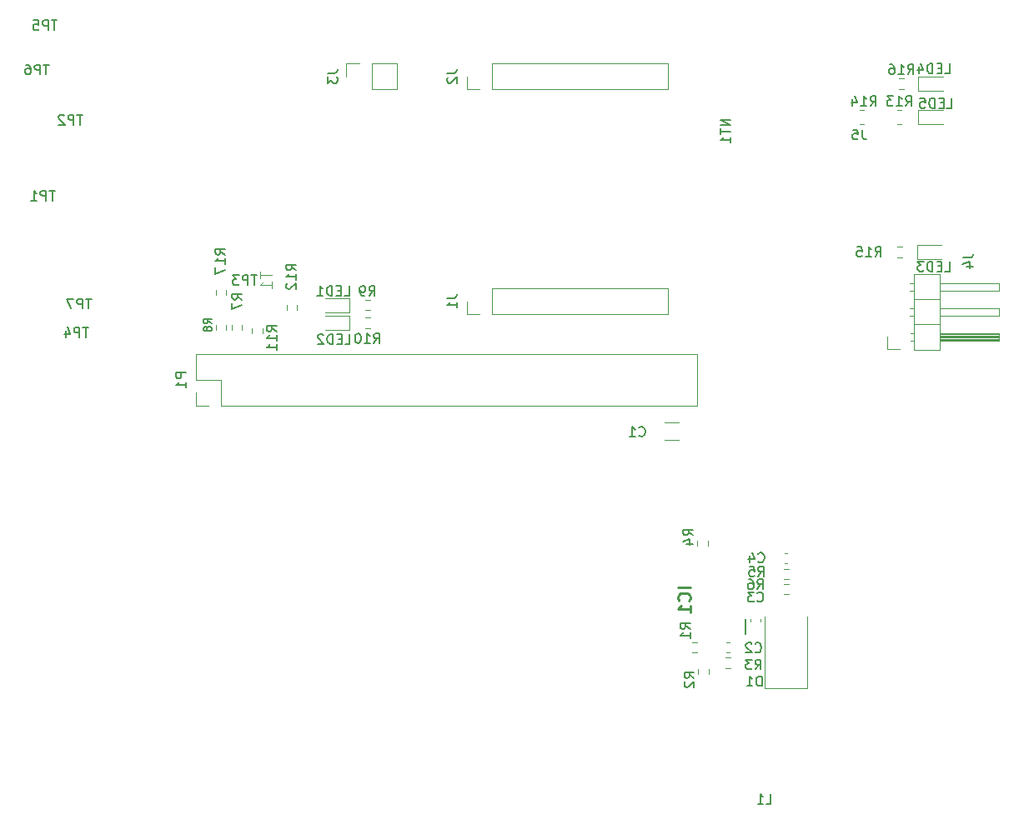
<source format=gbo>
G04 #@! TF.GenerationSoftware,KiCad,Pcbnew,(5.99.0-12980-gcf6acae791)*
G04 #@! TF.CreationDate,2022-01-10T16:17:47+01:00*
G04 #@! TF.ProjectId,ARM_RPI4_HAT,41524d5f-5250-4493-945f-4841542e6b69,rev?*
G04 #@! TF.SameCoordinates,Original*
G04 #@! TF.FileFunction,Legend,Bot*
G04 #@! TF.FilePolarity,Positive*
%FSLAX46Y46*%
G04 Gerber Fmt 4.6, Leading zero omitted, Abs format (unit mm)*
G04 Created by KiCad (PCBNEW (5.99.0-12980-gcf6acae791)) date 2022-01-10 16:17:47*
%MOMM*%
%LPD*%
G01*
G04 APERTURE LIST*
%ADD10C,0.150000*%
%ADD11C,0.254000*%
%ADD12C,0.101600*%
%ADD13C,0.120000*%
%ADD14C,0.200000*%
G04 APERTURE END LIST*
D10*
X274733333Y-72052380D02*
X274733333Y-72766666D01*
X274780952Y-72909523D01*
X274876190Y-73004761D01*
X275019047Y-73052380D01*
X275114285Y-73052380D01*
X273780952Y-72052380D02*
X274257142Y-72052380D01*
X274304761Y-72528571D01*
X274257142Y-72480952D01*
X274161904Y-72433333D01*
X273923809Y-72433333D01*
X273828571Y-72480952D01*
X273780952Y-72528571D01*
X273733333Y-72623809D01*
X273733333Y-72861904D01*
X273780952Y-72957142D01*
X273828571Y-73004761D01*
X273923809Y-73052380D01*
X274161904Y-73052380D01*
X274257142Y-73004761D01*
X274304761Y-72957142D01*
X196461904Y-89252380D02*
X195890476Y-89252380D01*
X196176190Y-90252380D02*
X196176190Y-89252380D01*
X195557142Y-90252380D02*
X195557142Y-89252380D01*
X195176190Y-89252380D01*
X195080952Y-89300000D01*
X195033333Y-89347619D01*
X194985714Y-89442857D01*
X194985714Y-89585714D01*
X195033333Y-89680952D01*
X195080952Y-89728571D01*
X195176190Y-89776190D01*
X195557142Y-89776190D01*
X194652380Y-89252380D02*
X193985714Y-89252380D01*
X194414285Y-90252380D01*
X192161904Y-65452380D02*
X191590476Y-65452380D01*
X191876190Y-66452380D02*
X191876190Y-65452380D01*
X191257142Y-66452380D02*
X191257142Y-65452380D01*
X190876190Y-65452380D01*
X190780952Y-65500000D01*
X190733333Y-65547619D01*
X190685714Y-65642857D01*
X190685714Y-65785714D01*
X190733333Y-65880952D01*
X190780952Y-65928571D01*
X190876190Y-65976190D01*
X191257142Y-65976190D01*
X189828571Y-65452380D02*
X190019047Y-65452380D01*
X190114285Y-65500000D01*
X190161904Y-65547619D01*
X190257142Y-65690476D01*
X190304761Y-65880952D01*
X190304761Y-66261904D01*
X190257142Y-66357142D01*
X190209523Y-66404761D01*
X190114285Y-66452380D01*
X189923809Y-66452380D01*
X189828571Y-66404761D01*
X189780952Y-66357142D01*
X189733333Y-66261904D01*
X189733333Y-66023809D01*
X189780952Y-65928571D01*
X189828571Y-65880952D01*
X189923809Y-65833333D01*
X190114285Y-65833333D01*
X190209523Y-65880952D01*
X190257142Y-65928571D01*
X190304761Y-66023809D01*
X213261904Y-86852380D02*
X212690476Y-86852380D01*
X212976190Y-87852380D02*
X212976190Y-86852380D01*
X212357142Y-87852380D02*
X212357142Y-86852380D01*
X211976190Y-86852380D01*
X211880952Y-86900000D01*
X211833333Y-86947619D01*
X211785714Y-87042857D01*
X211785714Y-87185714D01*
X211833333Y-87280952D01*
X211880952Y-87328571D01*
X211976190Y-87376190D01*
X212357142Y-87376190D01*
X211452380Y-86852380D02*
X210833333Y-86852380D01*
X211166666Y-87233333D01*
X211023809Y-87233333D01*
X210928571Y-87280952D01*
X210880952Y-87328571D01*
X210833333Y-87423809D01*
X210833333Y-87661904D01*
X210880952Y-87757142D01*
X210928571Y-87804761D01*
X211023809Y-87852380D01*
X211309523Y-87852380D01*
X211404761Y-87804761D01*
X211452380Y-87757142D01*
X196161904Y-92152380D02*
X195590476Y-92152380D01*
X195876190Y-93152380D02*
X195876190Y-92152380D01*
X195257142Y-93152380D02*
X195257142Y-92152380D01*
X194876190Y-92152380D01*
X194780952Y-92200000D01*
X194733333Y-92247619D01*
X194685714Y-92342857D01*
X194685714Y-92485714D01*
X194733333Y-92580952D01*
X194780952Y-92628571D01*
X194876190Y-92676190D01*
X195257142Y-92676190D01*
X193828571Y-92485714D02*
X193828571Y-93152380D01*
X194066666Y-92104761D02*
X194304761Y-92819047D01*
X193685714Y-92819047D01*
X192961904Y-60952380D02*
X192390476Y-60952380D01*
X192676190Y-61952380D02*
X192676190Y-60952380D01*
X192057142Y-61952380D02*
X192057142Y-60952380D01*
X191676190Y-60952380D01*
X191580952Y-61000000D01*
X191533333Y-61047619D01*
X191485714Y-61142857D01*
X191485714Y-61285714D01*
X191533333Y-61380952D01*
X191580952Y-61428571D01*
X191676190Y-61476190D01*
X192057142Y-61476190D01*
X190580952Y-60952380D02*
X191057142Y-60952380D01*
X191104761Y-61428571D01*
X191057142Y-61380952D01*
X190961904Y-61333333D01*
X190723809Y-61333333D01*
X190628571Y-61380952D01*
X190580952Y-61428571D01*
X190533333Y-61523809D01*
X190533333Y-61761904D01*
X190580952Y-61857142D01*
X190628571Y-61904761D01*
X190723809Y-61952380D01*
X190961904Y-61952380D01*
X191057142Y-61904761D01*
X191104761Y-61857142D01*
X192761904Y-78252380D02*
X192190476Y-78252380D01*
X192476190Y-79252380D02*
X192476190Y-78252380D01*
X191857142Y-79252380D02*
X191857142Y-78252380D01*
X191476190Y-78252380D01*
X191380952Y-78300000D01*
X191333333Y-78347619D01*
X191285714Y-78442857D01*
X191285714Y-78585714D01*
X191333333Y-78680952D01*
X191380952Y-78728571D01*
X191476190Y-78776190D01*
X191857142Y-78776190D01*
X190333333Y-79252380D02*
X190904761Y-79252380D01*
X190619047Y-79252380D02*
X190619047Y-78252380D01*
X190714285Y-78395238D01*
X190809523Y-78490476D01*
X190904761Y-78538095D01*
X195561904Y-70552380D02*
X194990476Y-70552380D01*
X195276190Y-71552380D02*
X195276190Y-70552380D01*
X194657142Y-71552380D02*
X194657142Y-70552380D01*
X194276190Y-70552380D01*
X194180952Y-70600000D01*
X194133333Y-70647619D01*
X194085714Y-70742857D01*
X194085714Y-70885714D01*
X194133333Y-70980952D01*
X194180952Y-71028571D01*
X194276190Y-71076190D01*
X194657142Y-71076190D01*
X193704761Y-70647619D02*
X193657142Y-70600000D01*
X193561904Y-70552380D01*
X193323809Y-70552380D01*
X193228571Y-70600000D01*
X193180952Y-70647619D01*
X193133333Y-70742857D01*
X193133333Y-70838095D01*
X193180952Y-70980952D01*
X193752380Y-71552380D01*
X193133333Y-71552380D01*
X206052380Y-96761904D02*
X205052380Y-96761904D01*
X205052380Y-97142857D01*
X205100000Y-97238095D01*
X205147619Y-97285714D01*
X205242857Y-97333333D01*
X205385714Y-97333333D01*
X205480952Y-97285714D01*
X205528571Y-97238095D01*
X205576190Y-97142857D01*
X205576190Y-96761904D01*
X206052380Y-98285714D02*
X206052380Y-97714285D01*
X206052380Y-98000000D02*
X205052380Y-98000000D01*
X205195238Y-97904761D01*
X205290476Y-97809523D01*
X205338095Y-97714285D01*
X283319047Y-69852380D02*
X283795238Y-69852380D01*
X283795238Y-68852380D01*
X282985714Y-69328571D02*
X282652380Y-69328571D01*
X282509523Y-69852380D02*
X282985714Y-69852380D01*
X282985714Y-68852380D01*
X282509523Y-68852380D01*
X282080952Y-69852380D02*
X282080952Y-68852380D01*
X281842857Y-68852380D01*
X281700000Y-68900000D01*
X281604761Y-68995238D01*
X281557142Y-69090476D01*
X281509523Y-69280952D01*
X281509523Y-69423809D01*
X281557142Y-69614285D01*
X281604761Y-69709523D01*
X281700000Y-69804761D01*
X281842857Y-69852380D01*
X282080952Y-69852380D01*
X280604761Y-68852380D02*
X281080952Y-68852380D01*
X281128571Y-69328571D01*
X281080952Y-69280952D01*
X280985714Y-69233333D01*
X280747619Y-69233333D01*
X280652380Y-69280952D01*
X280604761Y-69328571D01*
X280557142Y-69423809D01*
X280557142Y-69661904D01*
X280604761Y-69757142D01*
X280652380Y-69804761D01*
X280747619Y-69852380D01*
X280985714Y-69852380D01*
X281080952Y-69804761D01*
X281128571Y-69757142D01*
X264166666Y-117452380D02*
X264500000Y-116976190D01*
X264738095Y-117452380D02*
X264738095Y-116452380D01*
X264357142Y-116452380D01*
X264261904Y-116500000D01*
X264214285Y-116547619D01*
X264166666Y-116642857D01*
X264166666Y-116785714D01*
X264214285Y-116880952D01*
X264261904Y-116928571D01*
X264357142Y-116976190D01*
X264738095Y-116976190D01*
X263261904Y-116452380D02*
X263738095Y-116452380D01*
X263785714Y-116928571D01*
X263738095Y-116880952D01*
X263642857Y-116833333D01*
X263404761Y-116833333D01*
X263309523Y-116880952D01*
X263261904Y-116928571D01*
X263214285Y-117023809D01*
X263214285Y-117261904D01*
X263261904Y-117357142D01*
X263309523Y-117404761D01*
X263404761Y-117452380D01*
X263642857Y-117452380D01*
X263738095Y-117404761D01*
X263785714Y-117357142D01*
X261352380Y-71057142D02*
X260352380Y-71057142D01*
X261352380Y-71628571D01*
X260352380Y-71628571D01*
X260352380Y-71961904D02*
X260352380Y-72533333D01*
X261352380Y-72247619D02*
X260352380Y-72247619D01*
X261352380Y-73390476D02*
X261352380Y-72819047D01*
X261352380Y-73104761D02*
X260352380Y-73104761D01*
X260495238Y-73009523D01*
X260590476Y-72914285D01*
X260638095Y-72819047D01*
X279342857Y-66422380D02*
X279676190Y-65946190D01*
X279914285Y-66422380D02*
X279914285Y-65422380D01*
X279533333Y-65422380D01*
X279438095Y-65470000D01*
X279390476Y-65517619D01*
X279342857Y-65612857D01*
X279342857Y-65755714D01*
X279390476Y-65850952D01*
X279438095Y-65898571D01*
X279533333Y-65946190D01*
X279914285Y-65946190D01*
X278390476Y-66422380D02*
X278961904Y-66422380D01*
X278676190Y-66422380D02*
X278676190Y-65422380D01*
X278771428Y-65565238D01*
X278866666Y-65660476D01*
X278961904Y-65708095D01*
X277533333Y-65422380D02*
X277723809Y-65422380D01*
X277819047Y-65470000D01*
X277866666Y-65517619D01*
X277961904Y-65660476D01*
X278009523Y-65850952D01*
X278009523Y-66231904D01*
X277961904Y-66327142D01*
X277914285Y-66374761D01*
X277819047Y-66422380D01*
X277628571Y-66422380D01*
X277533333Y-66374761D01*
X277485714Y-66327142D01*
X277438095Y-66231904D01*
X277438095Y-65993809D01*
X277485714Y-65898571D01*
X277533333Y-65850952D01*
X277628571Y-65803333D01*
X277819047Y-65803333D01*
X277914285Y-65850952D01*
X277961904Y-65898571D01*
X278009523Y-65993809D01*
X211752380Y-89333333D02*
X211276190Y-89000000D01*
X211752380Y-88761904D02*
X210752380Y-88761904D01*
X210752380Y-89142857D01*
X210800000Y-89238095D01*
X210847619Y-89285714D01*
X210942857Y-89333333D01*
X211085714Y-89333333D01*
X211180952Y-89285714D01*
X211228571Y-89238095D01*
X211276190Y-89142857D01*
X211276190Y-88761904D01*
X210752380Y-89666666D02*
X210752380Y-90333333D01*
X211752380Y-89904761D01*
D11*
X257274523Y-118591488D02*
X256004523Y-118591488D01*
X257153571Y-119921964D02*
X257214047Y-119861488D01*
X257274523Y-119680059D01*
X257274523Y-119559107D01*
X257214047Y-119377678D01*
X257093095Y-119256726D01*
X256972142Y-119196250D01*
X256730238Y-119135773D01*
X256548809Y-119135773D01*
X256306904Y-119196250D01*
X256185952Y-119256726D01*
X256065000Y-119377678D01*
X256004523Y-119559107D01*
X256004523Y-119680059D01*
X256065000Y-119861488D01*
X256125476Y-119921964D01*
X257274523Y-121131488D02*
X257274523Y-120405773D01*
X257274523Y-120768630D02*
X256004523Y-120768630D01*
X256185952Y-120647678D01*
X256306904Y-120526726D01*
X256367380Y-120405773D01*
D10*
X257552380Y-113283333D02*
X257076190Y-112950000D01*
X257552380Y-112711904D02*
X256552380Y-112711904D01*
X256552380Y-113092857D01*
X256600000Y-113188095D01*
X256647619Y-113235714D01*
X256742857Y-113283333D01*
X256885714Y-113283333D01*
X256980952Y-113235714D01*
X257028571Y-113188095D01*
X257076190Y-113092857D01*
X257076190Y-112711904D01*
X256885714Y-114140476D02*
X257552380Y-114140476D01*
X256504761Y-113902380D02*
X257219047Y-113664285D01*
X257219047Y-114283333D01*
X264966666Y-140552380D02*
X265442857Y-140552380D01*
X265442857Y-139552380D01*
X264109523Y-140552380D02*
X264680952Y-140552380D01*
X264395238Y-140552380D02*
X264395238Y-139552380D01*
X264490476Y-139695238D01*
X264585714Y-139790476D01*
X264680952Y-139838095D01*
X264166666Y-115957142D02*
X264214285Y-116004761D01*
X264357142Y-116052380D01*
X264452380Y-116052380D01*
X264595238Y-116004761D01*
X264690476Y-115909523D01*
X264738095Y-115814285D01*
X264785714Y-115623809D01*
X264785714Y-115480952D01*
X264738095Y-115290476D01*
X264690476Y-115195238D01*
X264595238Y-115100000D01*
X264452380Y-115052380D01*
X264357142Y-115052380D01*
X264214285Y-115100000D01*
X264166666Y-115147619D01*
X263309523Y-115385714D02*
X263309523Y-116052380D01*
X263547619Y-115004761D02*
X263785714Y-115719047D01*
X263166666Y-115719047D01*
X252066666Y-103157142D02*
X252114285Y-103204761D01*
X252257142Y-103252380D01*
X252352380Y-103252380D01*
X252495238Y-103204761D01*
X252590476Y-103109523D01*
X252638095Y-103014285D01*
X252685714Y-102823809D01*
X252685714Y-102680952D01*
X252638095Y-102490476D01*
X252590476Y-102395238D01*
X252495238Y-102300000D01*
X252352380Y-102252380D01*
X252257142Y-102252380D01*
X252114285Y-102300000D01*
X252066666Y-102347619D01*
X251114285Y-103252380D02*
X251685714Y-103252380D01*
X251400000Y-103252380D02*
X251400000Y-102252380D01*
X251495238Y-102395238D01*
X251590476Y-102490476D01*
X251685714Y-102538095D01*
X284952380Y-85066666D02*
X285666666Y-85066666D01*
X285809523Y-85019047D01*
X285904761Y-84923809D01*
X285952380Y-84780952D01*
X285952380Y-84685714D01*
X285285714Y-85971428D02*
X285952380Y-85971428D01*
X284904761Y-85733333D02*
X285619047Y-85495238D01*
X285619047Y-86114285D01*
X208661904Y-91766666D02*
X208280952Y-91500000D01*
X208661904Y-91309523D02*
X207861904Y-91309523D01*
X207861904Y-91614285D01*
X207900000Y-91690476D01*
X207938095Y-91728571D01*
X208014285Y-91766666D01*
X208128571Y-91766666D01*
X208204761Y-91728571D01*
X208242857Y-91690476D01*
X208280952Y-91614285D01*
X208280952Y-91309523D01*
X208204761Y-92223809D02*
X208166666Y-92147619D01*
X208128571Y-92109523D01*
X208052380Y-92071428D01*
X208014285Y-92071428D01*
X207938095Y-92109523D01*
X207900000Y-92147619D01*
X207861904Y-92223809D01*
X207861904Y-92376190D01*
X207900000Y-92452380D01*
X207938095Y-92490476D01*
X208014285Y-92528571D01*
X208052380Y-92528571D01*
X208128571Y-92490476D01*
X208166666Y-92452380D01*
X208204761Y-92376190D01*
X208204761Y-92223809D01*
X208242857Y-92147619D01*
X208280952Y-92109523D01*
X208357142Y-92071428D01*
X208509523Y-92071428D01*
X208585714Y-92109523D01*
X208623809Y-92147619D01*
X208661904Y-92223809D01*
X208661904Y-92376190D01*
X208623809Y-92452380D01*
X208585714Y-92490476D01*
X208509523Y-92528571D01*
X208357142Y-92528571D01*
X208280952Y-92490476D01*
X208242857Y-92452380D01*
X208204761Y-92376190D01*
X232582380Y-66316666D02*
X233296666Y-66316666D01*
X233439523Y-66269047D01*
X233534761Y-66173809D01*
X233582380Y-66030952D01*
X233582380Y-65935714D01*
X232677619Y-66745238D02*
X232630000Y-66792857D01*
X232582380Y-66888095D01*
X232582380Y-67126190D01*
X232630000Y-67221428D01*
X232677619Y-67269047D01*
X232772857Y-67316666D01*
X232868095Y-67316666D01*
X233010952Y-67269047D01*
X233582380Y-66697619D01*
X233582380Y-67316666D01*
X210052380Y-84757142D02*
X209576190Y-84423809D01*
X210052380Y-84185714D02*
X209052380Y-84185714D01*
X209052380Y-84566666D01*
X209100000Y-84661904D01*
X209147619Y-84709523D01*
X209242857Y-84757142D01*
X209385714Y-84757142D01*
X209480952Y-84709523D01*
X209528571Y-84661904D01*
X209576190Y-84566666D01*
X209576190Y-84185714D01*
X210052380Y-85709523D02*
X210052380Y-85138095D01*
X210052380Y-85423809D02*
X209052380Y-85423809D01*
X209195238Y-85328571D01*
X209290476Y-85233333D01*
X209338095Y-85138095D01*
X209052380Y-86042857D02*
X209052380Y-86709523D01*
X210052380Y-86280952D01*
X215252380Y-92557142D02*
X214776190Y-92223809D01*
X215252380Y-91985714D02*
X214252380Y-91985714D01*
X214252380Y-92366666D01*
X214300000Y-92461904D01*
X214347619Y-92509523D01*
X214442857Y-92557142D01*
X214585714Y-92557142D01*
X214680952Y-92509523D01*
X214728571Y-92461904D01*
X214776190Y-92366666D01*
X214776190Y-91985714D01*
X215252380Y-93509523D02*
X215252380Y-92938095D01*
X215252380Y-93223809D02*
X214252380Y-93223809D01*
X214395238Y-93128571D01*
X214490476Y-93033333D01*
X214538095Y-92938095D01*
X215252380Y-94461904D02*
X215252380Y-93890476D01*
X215252380Y-94176190D02*
X214252380Y-94176190D01*
X214395238Y-94080952D01*
X214490476Y-93985714D01*
X214538095Y-93890476D01*
X283119047Y-66352380D02*
X283595238Y-66352380D01*
X283595238Y-65352380D01*
X282785714Y-65828571D02*
X282452380Y-65828571D01*
X282309523Y-66352380D02*
X282785714Y-66352380D01*
X282785714Y-65352380D01*
X282309523Y-65352380D01*
X281880952Y-66352380D02*
X281880952Y-65352380D01*
X281642857Y-65352380D01*
X281500000Y-65400000D01*
X281404761Y-65495238D01*
X281357142Y-65590476D01*
X281309523Y-65780952D01*
X281309523Y-65923809D01*
X281357142Y-66114285D01*
X281404761Y-66209523D01*
X281500000Y-66304761D01*
X281642857Y-66352380D01*
X281880952Y-66352380D01*
X280452380Y-65685714D02*
X280452380Y-66352380D01*
X280690476Y-65304761D02*
X280928571Y-66019047D01*
X280309523Y-66019047D01*
X225142857Y-93752380D02*
X225476190Y-93276190D01*
X225714285Y-93752380D02*
X225714285Y-92752380D01*
X225333333Y-92752380D01*
X225238095Y-92800000D01*
X225190476Y-92847619D01*
X225142857Y-92942857D01*
X225142857Y-93085714D01*
X225190476Y-93180952D01*
X225238095Y-93228571D01*
X225333333Y-93276190D01*
X225714285Y-93276190D01*
X224190476Y-93752380D02*
X224761904Y-93752380D01*
X224476190Y-93752380D02*
X224476190Y-92752380D01*
X224571428Y-92895238D01*
X224666666Y-92990476D01*
X224761904Y-93038095D01*
X223571428Y-92752380D02*
X223476190Y-92752380D01*
X223380952Y-92800000D01*
X223333333Y-92847619D01*
X223285714Y-92942857D01*
X223238095Y-93133333D01*
X223238095Y-93371428D01*
X223285714Y-93561904D01*
X223333333Y-93657142D01*
X223380952Y-93704761D01*
X223476190Y-93752380D01*
X223571428Y-93752380D01*
X223666666Y-93704761D01*
X223714285Y-93657142D01*
X223761904Y-93561904D01*
X223809523Y-93371428D01*
X223809523Y-93133333D01*
X223761904Y-92942857D01*
X223714285Y-92847619D01*
X223666666Y-92800000D01*
X223571428Y-92752380D01*
X275542857Y-69652380D02*
X275876190Y-69176190D01*
X276114285Y-69652380D02*
X276114285Y-68652380D01*
X275733333Y-68652380D01*
X275638095Y-68700000D01*
X275590476Y-68747619D01*
X275542857Y-68842857D01*
X275542857Y-68985714D01*
X275590476Y-69080952D01*
X275638095Y-69128571D01*
X275733333Y-69176190D01*
X276114285Y-69176190D01*
X274590476Y-69652380D02*
X275161904Y-69652380D01*
X274876190Y-69652380D02*
X274876190Y-68652380D01*
X274971428Y-68795238D01*
X275066666Y-68890476D01*
X275161904Y-68938095D01*
X273733333Y-68985714D02*
X273733333Y-69652380D01*
X273971428Y-68604761D02*
X274209523Y-69319047D01*
X273590476Y-69319047D01*
X264066666Y-119957142D02*
X264114285Y-120004761D01*
X264257142Y-120052380D01*
X264352380Y-120052380D01*
X264495238Y-120004761D01*
X264590476Y-119909523D01*
X264638095Y-119814285D01*
X264685714Y-119623809D01*
X264685714Y-119480952D01*
X264638095Y-119290476D01*
X264590476Y-119195238D01*
X264495238Y-119100000D01*
X264352380Y-119052380D01*
X264257142Y-119052380D01*
X264114285Y-119100000D01*
X264066666Y-119147619D01*
X263733333Y-119052380D02*
X263114285Y-119052380D01*
X263447619Y-119433333D01*
X263304761Y-119433333D01*
X263209523Y-119480952D01*
X263161904Y-119528571D01*
X263114285Y-119623809D01*
X263114285Y-119861904D01*
X263161904Y-119957142D01*
X263209523Y-120004761D01*
X263304761Y-120052380D01*
X263590476Y-120052380D01*
X263685714Y-120004761D01*
X263733333Y-119957142D01*
X263866666Y-125107142D02*
X263914285Y-125154761D01*
X264057142Y-125202380D01*
X264152380Y-125202380D01*
X264295238Y-125154761D01*
X264390476Y-125059523D01*
X264438095Y-124964285D01*
X264485714Y-124773809D01*
X264485714Y-124630952D01*
X264438095Y-124440476D01*
X264390476Y-124345238D01*
X264295238Y-124250000D01*
X264152380Y-124202380D01*
X264057142Y-124202380D01*
X263914285Y-124250000D01*
X263866666Y-124297619D01*
X263485714Y-124297619D02*
X263438095Y-124250000D01*
X263342857Y-124202380D01*
X263104761Y-124202380D01*
X263009523Y-124250000D01*
X262961904Y-124297619D01*
X262914285Y-124392857D01*
X262914285Y-124488095D01*
X262961904Y-124630952D01*
X263533333Y-125202380D01*
X262914285Y-125202380D01*
X224666666Y-88952380D02*
X225000000Y-88476190D01*
X225238095Y-88952380D02*
X225238095Y-87952380D01*
X224857142Y-87952380D01*
X224761904Y-88000000D01*
X224714285Y-88047619D01*
X224666666Y-88142857D01*
X224666666Y-88285714D01*
X224714285Y-88380952D01*
X224761904Y-88428571D01*
X224857142Y-88476190D01*
X225238095Y-88476190D01*
X224190476Y-88952380D02*
X224000000Y-88952380D01*
X223904761Y-88904761D01*
X223857142Y-88857142D01*
X223761904Y-88714285D01*
X223714285Y-88523809D01*
X223714285Y-88142857D01*
X223761904Y-88047619D01*
X223809523Y-88000000D01*
X223904761Y-87952380D01*
X224095238Y-87952380D01*
X224190476Y-88000000D01*
X224238095Y-88047619D01*
X224285714Y-88142857D01*
X224285714Y-88380952D01*
X224238095Y-88476190D01*
X224190476Y-88523809D01*
X224095238Y-88571428D01*
X223904761Y-88571428D01*
X223809523Y-88523809D01*
X223761904Y-88476190D01*
X223714285Y-88380952D01*
X220452380Y-66316666D02*
X221166666Y-66316666D01*
X221309523Y-66269047D01*
X221404761Y-66173809D01*
X221452380Y-66030952D01*
X221452380Y-65935714D01*
X220452380Y-66697619D02*
X220452380Y-67316666D01*
X220833333Y-66983333D01*
X220833333Y-67126190D01*
X220880952Y-67221428D01*
X220928571Y-67269047D01*
X221023809Y-67316666D01*
X221261904Y-67316666D01*
X221357142Y-67269047D01*
X221404761Y-67221428D01*
X221452380Y-67126190D01*
X221452380Y-66840476D01*
X221404761Y-66745238D01*
X221357142Y-66697619D01*
X232582380Y-89166666D02*
X233296666Y-89166666D01*
X233439523Y-89119047D01*
X233534761Y-89023809D01*
X233582380Y-88880952D01*
X233582380Y-88785714D01*
X233582380Y-90166666D02*
X233582380Y-89595238D01*
X233582380Y-89880952D02*
X232582380Y-89880952D01*
X232725238Y-89785714D01*
X232820476Y-89690476D01*
X232868095Y-89595238D01*
X279142857Y-69652380D02*
X279476190Y-69176190D01*
X279714285Y-69652380D02*
X279714285Y-68652380D01*
X279333333Y-68652380D01*
X279238095Y-68700000D01*
X279190476Y-68747619D01*
X279142857Y-68842857D01*
X279142857Y-68985714D01*
X279190476Y-69080952D01*
X279238095Y-69128571D01*
X279333333Y-69176190D01*
X279714285Y-69176190D01*
X278190476Y-69652380D02*
X278761904Y-69652380D01*
X278476190Y-69652380D02*
X278476190Y-68652380D01*
X278571428Y-68795238D01*
X278666666Y-68890476D01*
X278761904Y-68938095D01*
X277857142Y-68652380D02*
X277238095Y-68652380D01*
X277571428Y-69033333D01*
X277428571Y-69033333D01*
X277333333Y-69080952D01*
X277285714Y-69128571D01*
X277238095Y-69223809D01*
X277238095Y-69461904D01*
X277285714Y-69557142D01*
X277333333Y-69604761D01*
X277428571Y-69652380D01*
X277714285Y-69652380D01*
X277809523Y-69604761D01*
X277857142Y-69557142D01*
X283119047Y-86452380D02*
X283595238Y-86452380D01*
X283595238Y-85452380D01*
X282785714Y-85928571D02*
X282452380Y-85928571D01*
X282309523Y-86452380D02*
X282785714Y-86452380D01*
X282785714Y-85452380D01*
X282309523Y-85452380D01*
X281880952Y-86452380D02*
X281880952Y-85452380D01*
X281642857Y-85452380D01*
X281500000Y-85500000D01*
X281404761Y-85595238D01*
X281357142Y-85690476D01*
X281309523Y-85880952D01*
X281309523Y-86023809D01*
X281357142Y-86214285D01*
X281404761Y-86309523D01*
X281500000Y-86404761D01*
X281642857Y-86452380D01*
X281880952Y-86452380D01*
X280976190Y-85452380D02*
X280357142Y-85452380D01*
X280690476Y-85833333D01*
X280547619Y-85833333D01*
X280452380Y-85880952D01*
X280404761Y-85928571D01*
X280357142Y-86023809D01*
X280357142Y-86261904D01*
X280404761Y-86357142D01*
X280452380Y-86404761D01*
X280547619Y-86452380D01*
X280833333Y-86452380D01*
X280928571Y-86404761D01*
X280976190Y-86357142D01*
X257652380Y-127783333D02*
X257176190Y-127450000D01*
X257652380Y-127211904D02*
X256652380Y-127211904D01*
X256652380Y-127592857D01*
X256700000Y-127688095D01*
X256747619Y-127735714D01*
X256842857Y-127783333D01*
X256985714Y-127783333D01*
X257080952Y-127735714D01*
X257128571Y-127688095D01*
X257176190Y-127592857D01*
X257176190Y-127211904D01*
X256747619Y-128164285D02*
X256700000Y-128211904D01*
X256652380Y-128307142D01*
X256652380Y-128545238D01*
X256700000Y-128640476D01*
X256747619Y-128688095D01*
X256842857Y-128735714D01*
X256938095Y-128735714D01*
X257080952Y-128688095D01*
X257652380Y-128116666D01*
X257652380Y-128735714D01*
X217252380Y-86357142D02*
X216776190Y-86023809D01*
X217252380Y-85785714D02*
X216252380Y-85785714D01*
X216252380Y-86166666D01*
X216300000Y-86261904D01*
X216347619Y-86309523D01*
X216442857Y-86357142D01*
X216585714Y-86357142D01*
X216680952Y-86309523D01*
X216728571Y-86261904D01*
X216776190Y-86166666D01*
X216776190Y-85785714D01*
X217252380Y-87309523D02*
X217252380Y-86738095D01*
X217252380Y-87023809D02*
X216252380Y-87023809D01*
X216395238Y-86928571D01*
X216490476Y-86833333D01*
X216538095Y-86738095D01*
X216347619Y-87690476D02*
X216300000Y-87738095D01*
X216252380Y-87833333D01*
X216252380Y-88071428D01*
X216300000Y-88166666D01*
X216347619Y-88214285D01*
X216442857Y-88261904D01*
X216538095Y-88261904D01*
X216680952Y-88214285D01*
X217252380Y-87642857D01*
X217252380Y-88261904D01*
X222144047Y-88922380D02*
X222620238Y-88922380D01*
X222620238Y-87922380D01*
X221810714Y-88398571D02*
X221477380Y-88398571D01*
X221334523Y-88922380D02*
X221810714Y-88922380D01*
X221810714Y-87922380D01*
X221334523Y-87922380D01*
X220905952Y-88922380D02*
X220905952Y-87922380D01*
X220667857Y-87922380D01*
X220525000Y-87970000D01*
X220429761Y-88065238D01*
X220382142Y-88160476D01*
X220334523Y-88350952D01*
X220334523Y-88493809D01*
X220382142Y-88684285D01*
X220429761Y-88779523D01*
X220525000Y-88874761D01*
X220667857Y-88922380D01*
X220905952Y-88922380D01*
X219382142Y-88922380D02*
X219953571Y-88922380D01*
X219667857Y-88922380D02*
X219667857Y-87922380D01*
X219763095Y-88065238D01*
X219858333Y-88160476D01*
X219953571Y-88208095D01*
X264066666Y-118752380D02*
X264400000Y-118276190D01*
X264638095Y-118752380D02*
X264638095Y-117752380D01*
X264257142Y-117752380D01*
X264161904Y-117800000D01*
X264114285Y-117847619D01*
X264066666Y-117942857D01*
X264066666Y-118085714D01*
X264114285Y-118180952D01*
X264161904Y-118228571D01*
X264257142Y-118276190D01*
X264638095Y-118276190D01*
X263209523Y-117752380D02*
X263400000Y-117752380D01*
X263495238Y-117800000D01*
X263542857Y-117847619D01*
X263638095Y-117990476D01*
X263685714Y-118180952D01*
X263685714Y-118561904D01*
X263638095Y-118657142D01*
X263590476Y-118704761D01*
X263495238Y-118752380D01*
X263304761Y-118752380D01*
X263209523Y-118704761D01*
X263161904Y-118657142D01*
X263114285Y-118561904D01*
X263114285Y-118323809D01*
X263161904Y-118228571D01*
X263209523Y-118180952D01*
X263304761Y-118133333D01*
X263495238Y-118133333D01*
X263590476Y-118180952D01*
X263638095Y-118228571D01*
X263685714Y-118323809D01*
D12*
X213575961Y-86477316D02*
X213575961Y-87144973D01*
X214744361Y-86811144D02*
X213575961Y-86811144D01*
X214744361Y-88146459D02*
X214744361Y-87478801D01*
X214744361Y-87812630D02*
X213575961Y-87812630D01*
X213742876Y-87701354D01*
X213854152Y-87590078D01*
X213909790Y-87478801D01*
D10*
X257252380Y-122783333D02*
X256776190Y-122450000D01*
X257252380Y-122211904D02*
X256252380Y-122211904D01*
X256252380Y-122592857D01*
X256300000Y-122688095D01*
X256347619Y-122735714D01*
X256442857Y-122783333D01*
X256585714Y-122783333D01*
X256680952Y-122735714D01*
X256728571Y-122688095D01*
X256776190Y-122592857D01*
X256776190Y-122211904D01*
X257252380Y-123735714D02*
X257252380Y-123164285D01*
X257252380Y-123450000D02*
X256252380Y-123450000D01*
X256395238Y-123354761D01*
X256490476Y-123259523D01*
X256538095Y-123164285D01*
X263866666Y-126902380D02*
X264200000Y-126426190D01*
X264438095Y-126902380D02*
X264438095Y-125902380D01*
X264057142Y-125902380D01*
X263961904Y-125950000D01*
X263914285Y-125997619D01*
X263866666Y-126092857D01*
X263866666Y-126235714D01*
X263914285Y-126330952D01*
X263961904Y-126378571D01*
X264057142Y-126426190D01*
X264438095Y-126426190D01*
X263533333Y-125902380D02*
X262914285Y-125902380D01*
X263247619Y-126283333D01*
X263104761Y-126283333D01*
X263009523Y-126330952D01*
X262961904Y-126378571D01*
X262914285Y-126473809D01*
X262914285Y-126711904D01*
X262961904Y-126807142D01*
X263009523Y-126854761D01*
X263104761Y-126902380D01*
X263390476Y-126902380D01*
X263485714Y-126854761D01*
X263533333Y-126807142D01*
X222206547Y-93852380D02*
X222682738Y-93852380D01*
X222682738Y-92852380D01*
X221873214Y-93328571D02*
X221539880Y-93328571D01*
X221397023Y-93852380D02*
X221873214Y-93852380D01*
X221873214Y-92852380D01*
X221397023Y-92852380D01*
X220968452Y-93852380D02*
X220968452Y-92852380D01*
X220730357Y-92852380D01*
X220587500Y-92900000D01*
X220492261Y-92995238D01*
X220444642Y-93090476D01*
X220397023Y-93280952D01*
X220397023Y-93423809D01*
X220444642Y-93614285D01*
X220492261Y-93709523D01*
X220587500Y-93804761D01*
X220730357Y-93852380D01*
X220968452Y-93852380D01*
X220016071Y-92947619D02*
X219968452Y-92900000D01*
X219873214Y-92852380D01*
X219635119Y-92852380D01*
X219539880Y-92900000D01*
X219492261Y-92947619D01*
X219444642Y-93042857D01*
X219444642Y-93138095D01*
X219492261Y-93280952D01*
X220063690Y-93852380D01*
X219444642Y-93852380D01*
X264538095Y-128602380D02*
X264538095Y-127602380D01*
X264300000Y-127602380D01*
X264157142Y-127650000D01*
X264061904Y-127745238D01*
X264014285Y-127840476D01*
X263966666Y-128030952D01*
X263966666Y-128173809D01*
X264014285Y-128364285D01*
X264061904Y-128459523D01*
X264157142Y-128554761D01*
X264300000Y-128602380D01*
X264538095Y-128602380D01*
X263014285Y-128602380D02*
X263585714Y-128602380D01*
X263300000Y-128602380D02*
X263300000Y-127602380D01*
X263395238Y-127745238D01*
X263490476Y-127840476D01*
X263585714Y-127888095D01*
X276042857Y-84952380D02*
X276376190Y-84476190D01*
X276614285Y-84952380D02*
X276614285Y-83952380D01*
X276233333Y-83952380D01*
X276138095Y-84000000D01*
X276090476Y-84047619D01*
X276042857Y-84142857D01*
X276042857Y-84285714D01*
X276090476Y-84380952D01*
X276138095Y-84428571D01*
X276233333Y-84476190D01*
X276614285Y-84476190D01*
X275090476Y-84952380D02*
X275661904Y-84952380D01*
X275376190Y-84952380D02*
X275376190Y-83952380D01*
X275471428Y-84095238D01*
X275566666Y-84190476D01*
X275661904Y-84238095D01*
X274185714Y-83952380D02*
X274661904Y-83952380D01*
X274709523Y-84428571D01*
X274661904Y-84380952D01*
X274566666Y-84333333D01*
X274328571Y-84333333D01*
X274233333Y-84380952D01*
X274185714Y-84428571D01*
X274138095Y-84523809D01*
X274138095Y-84761904D01*
X274185714Y-84857142D01*
X274233333Y-84904761D01*
X274328571Y-84952380D01*
X274566666Y-84952380D01*
X274661904Y-84904761D01*
X274709523Y-84857142D01*
D13*
X207040000Y-98770000D02*
X207040000Y-100100000D01*
X207040000Y-97500000D02*
X209640000Y-97500000D01*
X207040000Y-94900000D02*
X207040000Y-97500000D01*
X209640000Y-97500000D02*
X209640000Y-100100000D01*
X207040000Y-94900000D02*
X257960000Y-94900000D01*
X257960000Y-94900000D02*
X257960000Y-100100000D01*
X207040000Y-100100000D02*
X208370000Y-100100000D01*
X209640000Y-100100000D02*
X257960000Y-100100000D01*
X280440000Y-70065000D02*
X282900000Y-70065000D01*
X280440000Y-71535000D02*
X280440000Y-70065000D01*
X282900000Y-71535000D02*
X280440000Y-71535000D01*
X266745276Y-117722500D02*
X267254724Y-117722500D01*
X266745276Y-116677500D02*
X267254724Y-116677500D01*
X278954724Y-66877500D02*
X278445276Y-66877500D01*
X278954724Y-67922500D02*
X278445276Y-67922500D01*
X210677500Y-91945276D02*
X210677500Y-92454724D01*
X211722500Y-91945276D02*
X211722500Y-92454724D01*
D14*
X262905000Y-123343750D02*
X262905000Y-121818750D01*
D13*
X259022500Y-114304724D02*
X259022500Y-113795276D01*
X257977500Y-114304724D02*
X257977500Y-113795276D01*
X266853733Y-116110000D02*
X267146267Y-116110000D01*
X266853733Y-115090000D02*
X267146267Y-115090000D01*
X256111252Y-101790000D02*
X254688748Y-101790000D01*
X256111252Y-103610000D02*
X254688748Y-103610000D01*
X288625000Y-88425000D02*
X288625000Y-87665000D01*
X282625000Y-93325000D02*
X288625000Y-93325000D01*
X279567929Y-90205000D02*
X279965000Y-90205000D01*
X279965000Y-94455000D02*
X279965000Y-86715000D01*
X279635000Y-92745000D02*
X279965000Y-92745000D01*
X279567929Y-90965000D02*
X279965000Y-90965000D01*
X279965000Y-91855000D02*
X282625000Y-91855000D01*
X279567929Y-87665000D02*
X279965000Y-87665000D01*
X282625000Y-92965000D02*
X288625000Y-92965000D01*
X282625000Y-86715000D02*
X282625000Y-94455000D01*
X288625000Y-90205000D02*
X282625000Y-90205000D01*
X282625000Y-88425000D02*
X288625000Y-88425000D01*
X288625000Y-90965000D02*
X288625000Y-90205000D01*
X282625000Y-93445000D02*
X288625000Y-93445000D01*
X279567929Y-88425000D02*
X279965000Y-88425000D01*
X282625000Y-93205000D02*
X288625000Y-93205000D01*
X288625000Y-92745000D02*
X282625000Y-92745000D01*
X288625000Y-87665000D02*
X282625000Y-87665000D01*
X277255000Y-94395000D02*
X278525000Y-94395000D01*
X288625000Y-93505000D02*
X288625000Y-92745000D01*
X277255000Y-93125000D02*
X277255000Y-94395000D01*
X282625000Y-92845000D02*
X288625000Y-92845000D01*
X279635000Y-93505000D02*
X279965000Y-93505000D01*
X282625000Y-90965000D02*
X288625000Y-90965000D01*
X279965000Y-89315000D02*
X282625000Y-89315000D01*
X282625000Y-93505000D02*
X288625000Y-93505000D01*
X282625000Y-94455000D02*
X279965000Y-94455000D01*
X279965000Y-86715000D02*
X282625000Y-86715000D01*
X282625000Y-93085000D02*
X288625000Y-93085000D01*
X209077500Y-92454724D02*
X209077500Y-91945276D01*
X210122500Y-92454724D02*
X210122500Y-91945276D01*
X237170000Y-65320000D02*
X255010000Y-65320000D01*
X237170000Y-65320000D02*
X237170000Y-67980000D01*
X237170000Y-67980000D02*
X255010000Y-67980000D01*
X234570000Y-66650000D02*
X234570000Y-67980000D01*
X234570000Y-67980000D02*
X235900000Y-67980000D01*
X255010000Y-65320000D02*
X255010000Y-67980000D01*
X210122500Y-88854724D02*
X210122500Y-88345276D01*
X209077500Y-88854724D02*
X209077500Y-88345276D01*
X212777500Y-92754724D02*
X212777500Y-92245276D01*
X213822500Y-92754724D02*
X213822500Y-92245276D01*
X282900000Y-68135000D02*
X280440000Y-68135000D01*
X280440000Y-66665000D02*
X282900000Y-66665000D01*
X280440000Y-68135000D02*
X280440000Y-66665000D01*
X224257776Y-91177500D02*
X224767224Y-91177500D01*
X224257776Y-92222500D02*
X224767224Y-92222500D01*
X274472936Y-70065000D02*
X274927064Y-70065000D01*
X274472936Y-71535000D02*
X274927064Y-71535000D01*
X264410000Y-122077517D02*
X264410000Y-121784983D01*
X263390000Y-122077517D02*
X263390000Y-121784983D01*
X260953733Y-125160000D02*
X261246267Y-125160000D01*
X260953733Y-124140000D02*
X261246267Y-124140000D01*
X224270276Y-89377500D02*
X224779724Y-89377500D01*
X224270276Y-90422500D02*
X224779724Y-90422500D01*
X224920000Y-65320000D02*
X224920000Y-67980000D01*
X222320000Y-65320000D02*
X222320000Y-66650000D01*
X223650000Y-65320000D02*
X222320000Y-65320000D01*
X224920000Y-67980000D02*
X227520000Y-67980000D01*
X227520000Y-65320000D02*
X227520000Y-67980000D01*
X224920000Y-65320000D02*
X227520000Y-65320000D01*
X237170000Y-88170000D02*
X255010000Y-88170000D01*
X237170000Y-88170000D02*
X237170000Y-90830000D01*
X234570000Y-90830000D02*
X235900000Y-90830000D01*
X237170000Y-90830000D02*
X255010000Y-90830000D01*
X255010000Y-88170000D02*
X255010000Y-90830000D01*
X234570000Y-89500000D02*
X234570000Y-90830000D01*
X278272936Y-70065000D02*
X278727064Y-70065000D01*
X278272936Y-71535000D02*
X278727064Y-71535000D01*
X282800000Y-85235000D02*
X280340000Y-85235000D01*
X280340000Y-85235000D02*
X280340000Y-83765000D01*
X280340000Y-83765000D02*
X282800000Y-83765000D01*
X258077500Y-126895276D02*
X258077500Y-127404724D01*
X259122500Y-126895276D02*
X259122500Y-127404724D01*
X216277500Y-90354724D02*
X216277500Y-89845276D01*
X217322500Y-90354724D02*
X217322500Y-89845276D01*
X220225000Y-89165000D02*
X222685000Y-89165000D01*
X222685000Y-89165000D02*
X222685000Y-90635000D01*
X222685000Y-90635000D02*
X220225000Y-90635000D01*
X266745276Y-119272500D02*
X267254724Y-119272500D01*
X266745276Y-118227500D02*
X267254724Y-118227500D01*
X257445276Y-125172500D02*
X257954724Y-125172500D01*
X257445276Y-124127500D02*
X257954724Y-124127500D01*
X260845276Y-126772500D02*
X261354724Y-126772500D01*
X260845276Y-125727500D02*
X261354724Y-125727500D01*
X222660000Y-92435000D02*
X220200000Y-92435000D01*
X222660000Y-90965000D02*
X222660000Y-92435000D01*
X220200000Y-90965000D02*
X222660000Y-90965000D01*
X269150000Y-128850000D02*
X269150000Y-121550000D01*
X264850000Y-128850000D02*
X264850000Y-121550000D01*
X269150000Y-128850000D02*
X264850000Y-128850000D01*
X278754724Y-83977500D02*
X278245276Y-83977500D01*
X278754724Y-85022500D02*
X278245276Y-85022500D01*
M02*

</source>
